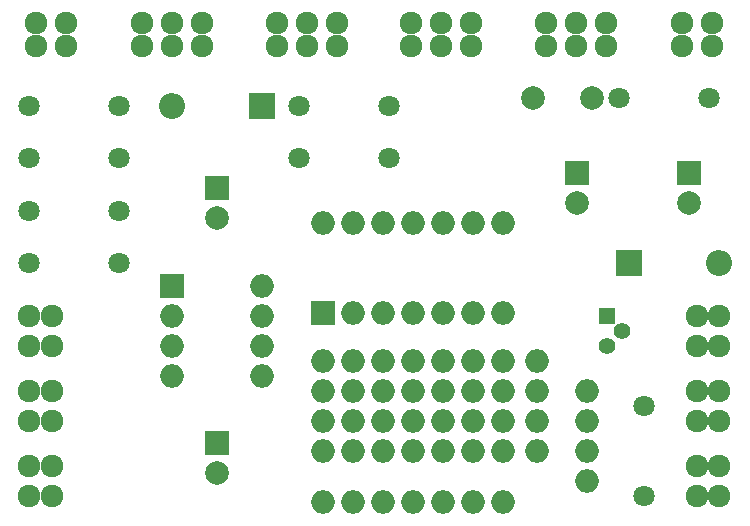
<source format=gbr>
%TF.GenerationSoftware,KiCad,Pcbnew,(2017-09-01 revision 8d1475135)-makepkg*%
%TF.CreationDate,2017-12-27T16:35:41-08:00*%
%TF.ProjectId,workshop_drum1,776F726B73686F705F6472756D312E6B,rev?*%
%TF.SameCoordinates,Original*%
%TF.FileFunction,Soldermask,Bot*%
%TF.FilePolarity,Negative*%
%FSLAX46Y46*%
G04 Gerber Fmt 4.6, Leading zero omitted, Abs format (unit mm)*
G04 Created by KiCad (PCBNEW (2017-09-01 revision 8d1475135)-makepkg) date 12/27/17 16:35:41*
%MOMM*%
%LPD*%
G01*
G04 APERTURE LIST*
%ADD10O,2.000000X2.000000*%
%ADD11C,2.000000*%
%ADD12R,2.000000X2.000000*%
%ADD13C,1.924000*%
%ADD14O,2.200000X2.200000*%
%ADD15R,2.200000X2.200000*%
%ADD16C,1.797000*%
%ADD17R,1.400000X1.400000*%
%ADD18C,1.400000*%
G04 APERTURE END LIST*
D10*
%TO.C,EnvelopeAndVoltageStarve1*%
X49149000Y6387030D03*
X49149000Y8927030D03*
X49149000Y11467030D03*
X49149000Y3847030D03*
%TD*%
D11*
%TO.C,C2*%
X17780000Y26075000D03*
D12*
X17780000Y28575000D03*
%TD*%
D10*
%TO.C,PathToSwitch1*%
X44932600Y8890000D03*
X44932600Y11430000D03*
X44932600Y13970000D03*
X44932600Y6350000D03*
%TD*%
%TO.C,IN1*%
X26771600Y13970000D03*
X26771600Y6350000D03*
X26771600Y8890000D03*
X26771600Y11430000D03*
%TD*%
%TO.C,IN2*%
X31851600Y11430000D03*
X31851600Y8890000D03*
X31851600Y6350000D03*
X31851600Y13970000D03*
%TD*%
%TO.C,IN3*%
X36931600Y13970000D03*
X36931600Y6350000D03*
X36931600Y8890000D03*
X36931600Y11430000D03*
%TD*%
%TO.C,OUT1*%
X29311600Y11430000D03*
X29311600Y8890000D03*
X29311600Y6350000D03*
X29311600Y13970000D03*
%TD*%
%TO.C,OUT2*%
X34391600Y13970000D03*
X34391600Y6350000D03*
X34391600Y8890000D03*
X34391600Y11430000D03*
%TD*%
%TO.C,OUT3*%
X39471600Y11430000D03*
X39471600Y8890000D03*
X39471600Y6350000D03*
X39471600Y13970000D03*
%TD*%
%TO.C,GND1*%
X42011600Y11430000D03*
X42011600Y8890000D03*
X42011600Y6350000D03*
X42011600Y13970000D03*
%TD*%
%TO.C,GND2*%
X29311600Y2057400D03*
X31851600Y2057400D03*
X34391600Y2057400D03*
X26771600Y2057400D03*
X36931600Y2057400D03*
X42011600Y2057400D03*
X39471600Y2057400D03*
%TD*%
D13*
%TO.C,ON/OFF_LED1*%
X60325000Y15240000D03*
X60325000Y17780000D03*
X58420000Y15240000D03*
X58420000Y17780000D03*
%TD*%
%TO.C,Trig_LED1*%
X3810000Y15240000D03*
X3810000Y17780000D03*
X1905000Y15240000D03*
X1905000Y17780000D03*
%TD*%
D11*
%TO.C,C5*%
X49530000Y36258500D03*
X44530000Y36258500D03*
%TD*%
%TO.C,C4*%
X17780000Y4485000D03*
D12*
X17780000Y6985000D03*
%TD*%
%TO.C,C1*%
X57785000Y29845000D03*
D11*
X57785000Y27345000D03*
%TD*%
D12*
%TO.C,C3*%
X48260000Y29845000D03*
D11*
X48260000Y27345000D03*
%TD*%
D14*
%TO.C,D2*%
X13970000Y35560000D03*
D15*
X21590000Y35560000D03*
%TD*%
%TO.C,D1*%
X52705000Y22225000D03*
D14*
X60325000Y22225000D03*
%TD*%
D16*
%TO.C,R8*%
X1905000Y26670000D03*
X9525000Y26670000D03*
%TD*%
%TO.C,R7*%
X51879500Y36258500D03*
X59499500Y36258500D03*
%TD*%
%TO.C,R6*%
X32385000Y31115000D03*
X24765000Y31115000D03*
%TD*%
%TO.C,R5*%
X32385000Y35560000D03*
X24765000Y35560000D03*
%TD*%
%TO.C,R4*%
X1905000Y35560000D03*
X9525000Y35560000D03*
%TD*%
%TO.C,R3*%
X53975000Y10160000D03*
X53975000Y2540000D03*
%TD*%
%TO.C,R2*%
X9525000Y31115000D03*
X1905000Y31115000D03*
%TD*%
%TO.C,R1*%
X9525000Y22225000D03*
X1905000Y22225000D03*
%TD*%
D17*
%TO.C,U3*%
X50800000Y17780000D03*
D18*
X50800000Y15240000D03*
X52070000Y16510000D03*
%TD*%
D13*
%TO.C,J1*%
X58420000Y5080000D03*
X58420000Y2540000D03*
X60325000Y5080000D03*
X60325000Y2540000D03*
%TD*%
%TO.C,J2*%
X5016500Y42545000D03*
X2476500Y42545000D03*
X5016500Y40640000D03*
X2476500Y40640000D03*
%TD*%
%TO.C,J3*%
X57150000Y40640000D03*
X59690000Y40640000D03*
X57150000Y42545000D03*
X59690000Y42545000D03*
%TD*%
%TO.C,DECAY1*%
X25400000Y42545000D03*
X22860000Y42545000D03*
X25400000Y40640000D03*
X22860000Y40640000D03*
X27940000Y40640000D03*
X27940000Y42545000D03*
%TD*%
%TO.C,PITCH1*%
X39306500Y42545000D03*
X39306500Y40640000D03*
X34226500Y40640000D03*
X36766500Y40640000D03*
X34226500Y42545000D03*
X36766500Y42545000D03*
%TD*%
%TO.C,SENSE/STARVE1*%
X13970000Y42545000D03*
X11430000Y42545000D03*
X13970000Y40640000D03*
X11430000Y40640000D03*
X16510000Y40640000D03*
X16510000Y42545000D03*
%TD*%
%TO.C,Osc_Select1*%
X48196500Y42545000D03*
X45656500Y42545000D03*
X48196500Y40640000D03*
X45656500Y40640000D03*
X50736500Y40640000D03*
X50736500Y42545000D03*
%TD*%
%TO.C,Button_ON1*%
X3810000Y2540000D03*
X3810000Y5080000D03*
X1905000Y2540000D03*
X1905000Y5080000D03*
%TD*%
%TO.C,PWR2*%
X60325000Y8890000D03*
X60325000Y11430000D03*
X58420000Y8890000D03*
X58420000Y11430000D03*
%TD*%
%TO.C,Switch_On1*%
X3810000Y8890000D03*
X3810000Y11430000D03*
X1905000Y8890000D03*
X1905000Y11430000D03*
%TD*%
D10*
%TO.C,U2*%
X26771600Y25654000D03*
X42011600Y18034000D03*
X29311600Y25654000D03*
X39471600Y18034000D03*
X31851600Y25654000D03*
X36931600Y18034000D03*
X34391600Y25654000D03*
X34391600Y18034000D03*
X36931600Y25654000D03*
X31851600Y18034000D03*
X39471600Y25654000D03*
X29311600Y18034000D03*
X42011600Y25654000D03*
D12*
X26771600Y18034000D03*
%TD*%
%TO.C,U1*%
X13970000Y20320000D03*
D10*
X21590000Y12700000D03*
X13970000Y17780000D03*
X21590000Y15240000D03*
X13970000Y15240000D03*
X21590000Y17780000D03*
X13970000Y12700000D03*
X21590000Y20320000D03*
%TD*%
M02*

</source>
